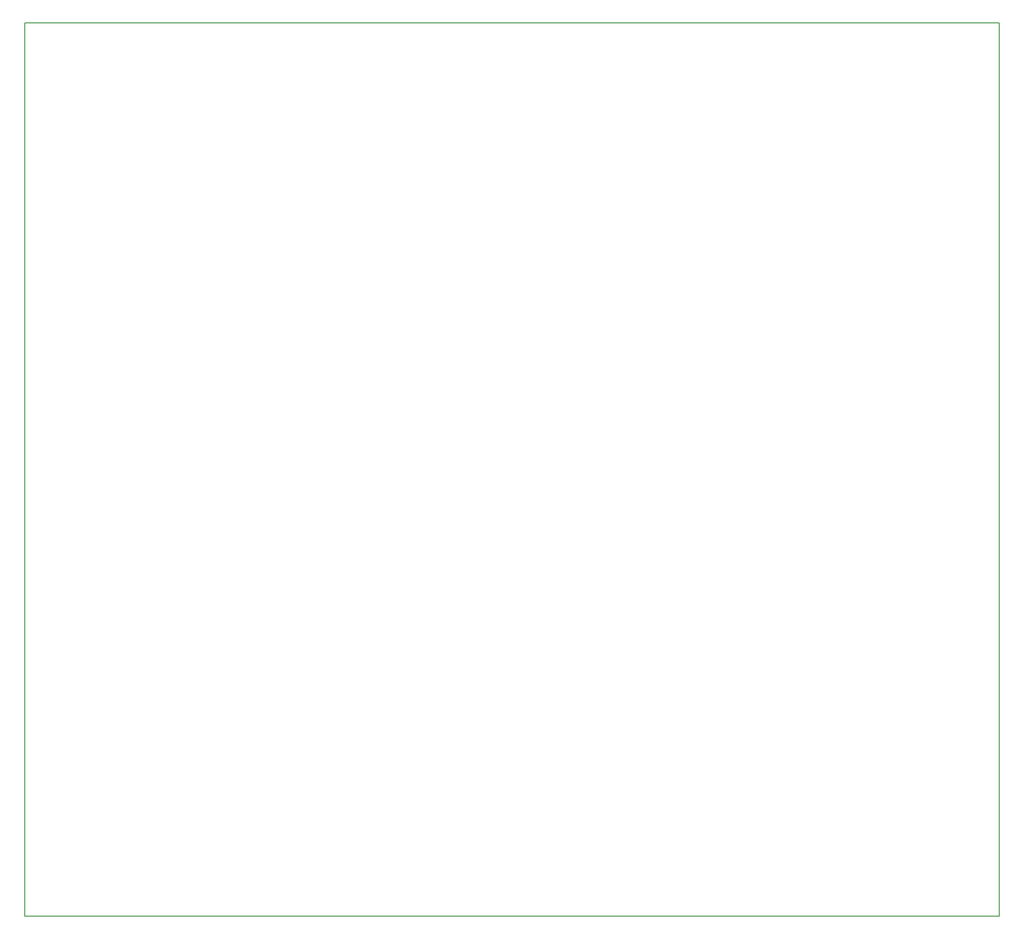
<source format=gm1>
G04 #@! TF.GenerationSoftware,KiCad,Pcbnew,(5.1.6)-1*
G04 #@! TF.CreationDate,2020-08-31T15:39:06-04:00*
G04 #@! TF.ProjectId,keyboard,6b657962-6f61-4726-942e-6b696361645f,rev?*
G04 #@! TF.SameCoordinates,Original*
G04 #@! TF.FileFunction,Profile,NP*
%FSLAX46Y46*%
G04 Gerber Fmt 4.6, Leading zero omitted, Abs format (unit mm)*
G04 Created by KiCad (PCBNEW (5.1.6)-1) date 2020-08-31 15:39:06*
%MOMM*%
%LPD*%
G01*
G04 APERTURE LIST*
G04 #@! TA.AperFunction,Profile*
%ADD10C,0.200000*%
G04 #@! TD*
G04 APERTURE END LIST*
D10*
X209360000Y-131890000D02*
X386029186Y-131890000D01*
X386029186Y-131890000D02*
X386029186Y-294009285D01*
X386029186Y-294009285D02*
X209360000Y-294009285D01*
X209360000Y-294009285D02*
X209360000Y-131890000D01*
X209360000Y-131890000D02*
G75*
G02*
X209360000Y-131890000I0J0D01*
G01*
X386029186Y-131890000D02*
G75*
G03*
X386029186Y-131890000I0J0D01*
G01*
X386029186Y-294009285D02*
G75*
G02*
X386029186Y-294009285I0J0D01*
G01*
X209360000Y-294009285D02*
G75*
G03*
X209360000Y-294009285I0J0D01*
G01*
M02*

</source>
